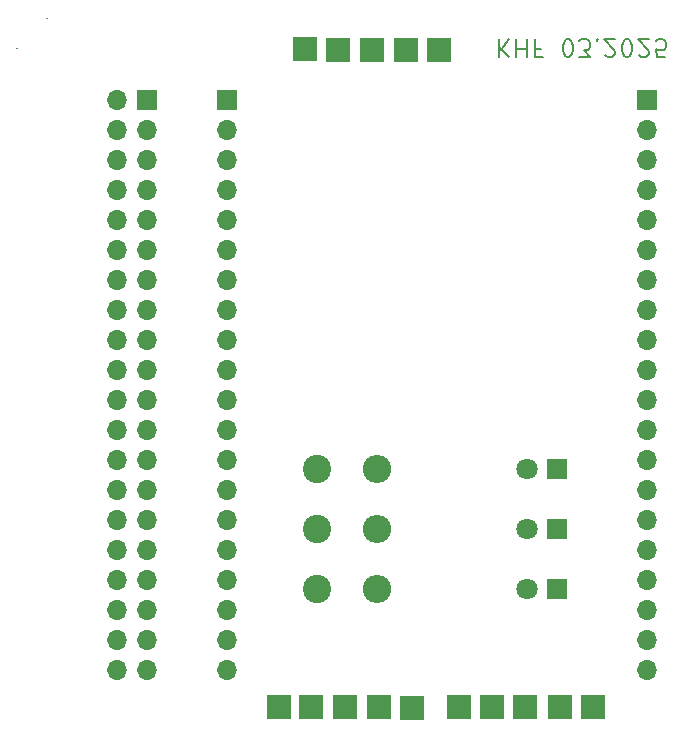
<source format=gbr>
%TF.GenerationSoftware,KiCad,Pcbnew,7.0.8*%
%TF.CreationDate,2025-03-02T05:57:02+01:00*%
%TF.ProjectId,Raspi-Connector,52617370-692d-4436-9f6e-6e6563746f72,rev?*%
%TF.SameCoordinates,Original*%
%TF.FileFunction,Soldermask,Bot*%
%TF.FilePolarity,Negative*%
%FSLAX46Y46*%
G04 Gerber Fmt 4.6, Leading zero omitted, Abs format (unit mm)*
G04 Created by KiCad (PCBNEW 7.0.8) date 2025-03-02 05:57:02*
%MOMM*%
%LPD*%
G01*
G04 APERTURE LIST*
%ADD10C,0.150000*%
%ADD11R,1.700000X1.700000*%
%ADD12O,1.700000X1.700000*%
%ADD13R,2.000000X2.000000*%
%ADD14R,1.800000X1.800000*%
%ADD15C,1.800000*%
%ADD16C,2.400000*%
%ADD17O,2.400000X2.400000*%
G04 APERTURE END LIST*
D10*
X115062001Y-73914000D02*
G75*
G03*
X115062001Y-73914000I-1J0D01*
G01*
X117602001Y-71374000D02*
G75*
G03*
X117602001Y-71374000I-1J0D01*
G01*
X155837826Y-73125371D02*
X155837826Y-74625371D01*
X156694969Y-73125371D02*
X156052112Y-73982514D01*
X156694969Y-74625371D02*
X155837826Y-73768228D01*
X157337826Y-73125371D02*
X157337826Y-74625371D01*
X157337826Y-73911085D02*
X158194969Y-73911085D01*
X158194969Y-73125371D02*
X158194969Y-74625371D01*
X159409255Y-73911085D02*
X158909255Y-73911085D01*
X158909255Y-73125371D02*
X158909255Y-74625371D01*
X158909255Y-74625371D02*
X159623541Y-74625371D01*
X161623541Y-74625371D02*
X161766398Y-74625371D01*
X161766398Y-74625371D02*
X161909255Y-74553942D01*
X161909255Y-74553942D02*
X161980684Y-74482514D01*
X161980684Y-74482514D02*
X162052112Y-74339657D01*
X162052112Y-74339657D02*
X162123541Y-74053942D01*
X162123541Y-74053942D02*
X162123541Y-73696800D01*
X162123541Y-73696800D02*
X162052112Y-73411085D01*
X162052112Y-73411085D02*
X161980684Y-73268228D01*
X161980684Y-73268228D02*
X161909255Y-73196800D01*
X161909255Y-73196800D02*
X161766398Y-73125371D01*
X161766398Y-73125371D02*
X161623541Y-73125371D01*
X161623541Y-73125371D02*
X161480684Y-73196800D01*
X161480684Y-73196800D02*
X161409255Y-73268228D01*
X161409255Y-73268228D02*
X161337826Y-73411085D01*
X161337826Y-73411085D02*
X161266398Y-73696800D01*
X161266398Y-73696800D02*
X161266398Y-74053942D01*
X161266398Y-74053942D02*
X161337826Y-74339657D01*
X161337826Y-74339657D02*
X161409255Y-74482514D01*
X161409255Y-74482514D02*
X161480684Y-74553942D01*
X161480684Y-74553942D02*
X161623541Y-74625371D01*
X162623540Y-74625371D02*
X163552112Y-74625371D01*
X163552112Y-74625371D02*
X163052112Y-74053942D01*
X163052112Y-74053942D02*
X163266397Y-74053942D01*
X163266397Y-74053942D02*
X163409255Y-73982514D01*
X163409255Y-73982514D02*
X163480683Y-73911085D01*
X163480683Y-73911085D02*
X163552112Y-73768228D01*
X163552112Y-73768228D02*
X163552112Y-73411085D01*
X163552112Y-73411085D02*
X163480683Y-73268228D01*
X163480683Y-73268228D02*
X163409255Y-73196800D01*
X163409255Y-73196800D02*
X163266397Y-73125371D01*
X163266397Y-73125371D02*
X162837826Y-73125371D01*
X162837826Y-73125371D02*
X162694969Y-73196800D01*
X162694969Y-73196800D02*
X162623540Y-73268228D01*
X164194968Y-73268228D02*
X164266397Y-73196800D01*
X164266397Y-73196800D02*
X164194968Y-73125371D01*
X164194968Y-73125371D02*
X164123540Y-73196800D01*
X164123540Y-73196800D02*
X164194968Y-73268228D01*
X164194968Y-73268228D02*
X164194968Y-73125371D01*
X164837826Y-74482514D02*
X164909254Y-74553942D01*
X164909254Y-74553942D02*
X165052112Y-74625371D01*
X165052112Y-74625371D02*
X165409254Y-74625371D01*
X165409254Y-74625371D02*
X165552112Y-74553942D01*
X165552112Y-74553942D02*
X165623540Y-74482514D01*
X165623540Y-74482514D02*
X165694969Y-74339657D01*
X165694969Y-74339657D02*
X165694969Y-74196800D01*
X165694969Y-74196800D02*
X165623540Y-73982514D01*
X165623540Y-73982514D02*
X164766397Y-73125371D01*
X164766397Y-73125371D02*
X165694969Y-73125371D01*
X166623540Y-74625371D02*
X166766397Y-74625371D01*
X166766397Y-74625371D02*
X166909254Y-74553942D01*
X166909254Y-74553942D02*
X166980683Y-74482514D01*
X166980683Y-74482514D02*
X167052111Y-74339657D01*
X167052111Y-74339657D02*
X167123540Y-74053942D01*
X167123540Y-74053942D02*
X167123540Y-73696800D01*
X167123540Y-73696800D02*
X167052111Y-73411085D01*
X167052111Y-73411085D02*
X166980683Y-73268228D01*
X166980683Y-73268228D02*
X166909254Y-73196800D01*
X166909254Y-73196800D02*
X166766397Y-73125371D01*
X166766397Y-73125371D02*
X166623540Y-73125371D01*
X166623540Y-73125371D02*
X166480683Y-73196800D01*
X166480683Y-73196800D02*
X166409254Y-73268228D01*
X166409254Y-73268228D02*
X166337825Y-73411085D01*
X166337825Y-73411085D02*
X166266397Y-73696800D01*
X166266397Y-73696800D02*
X166266397Y-74053942D01*
X166266397Y-74053942D02*
X166337825Y-74339657D01*
X166337825Y-74339657D02*
X166409254Y-74482514D01*
X166409254Y-74482514D02*
X166480683Y-74553942D01*
X166480683Y-74553942D02*
X166623540Y-74625371D01*
X167694968Y-74482514D02*
X167766396Y-74553942D01*
X167766396Y-74553942D02*
X167909254Y-74625371D01*
X167909254Y-74625371D02*
X168266396Y-74625371D01*
X168266396Y-74625371D02*
X168409254Y-74553942D01*
X168409254Y-74553942D02*
X168480682Y-74482514D01*
X168480682Y-74482514D02*
X168552111Y-74339657D01*
X168552111Y-74339657D02*
X168552111Y-74196800D01*
X168552111Y-74196800D02*
X168480682Y-73982514D01*
X168480682Y-73982514D02*
X167623539Y-73125371D01*
X167623539Y-73125371D02*
X168552111Y-73125371D01*
X169909253Y-74625371D02*
X169194967Y-74625371D01*
X169194967Y-74625371D02*
X169123539Y-73911085D01*
X169123539Y-73911085D02*
X169194967Y-73982514D01*
X169194967Y-73982514D02*
X169337825Y-74053942D01*
X169337825Y-74053942D02*
X169694967Y-74053942D01*
X169694967Y-74053942D02*
X169837825Y-73982514D01*
X169837825Y-73982514D02*
X169909253Y-73911085D01*
X169909253Y-73911085D02*
X169980682Y-73768228D01*
X169980682Y-73768228D02*
X169980682Y-73411085D01*
X169980682Y-73411085D02*
X169909253Y-73268228D01*
X169909253Y-73268228D02*
X169837825Y-73196800D01*
X169837825Y-73196800D02*
X169694967Y-73125371D01*
X169694967Y-73125371D02*
X169337825Y-73125371D01*
X169337825Y-73125371D02*
X169194967Y-73196800D01*
X169194967Y-73196800D02*
X169123539Y-73268228D01*
D11*
%TO.C,J8*%
X132842000Y-78279000D03*
D12*
X132842000Y-80819000D03*
X132842000Y-83359000D03*
X132842000Y-85899000D03*
X132842000Y-88439000D03*
X132842000Y-90979000D03*
X132842000Y-93519000D03*
X132842000Y-96059000D03*
X132842000Y-98599000D03*
X132842000Y-101139000D03*
X132842000Y-103679000D03*
X132842000Y-106219000D03*
X132842000Y-108759000D03*
X132842000Y-111299000D03*
X132842000Y-113839000D03*
X132842000Y-116379000D03*
X132842000Y-118919000D03*
X132842000Y-121459000D03*
X132842000Y-123999000D03*
X132842000Y-126539000D03*
%TD*%
D11*
%TO.C,J2*%
X126087000Y-78279000D03*
D12*
X123547000Y-78279000D03*
X126087000Y-80819000D03*
X123547000Y-80819000D03*
X126087000Y-83359000D03*
X123547000Y-83359000D03*
X126087000Y-85899000D03*
X123547000Y-85899000D03*
X126087000Y-88439000D03*
X123547000Y-88439000D03*
X126087000Y-90979000D03*
X123547000Y-90979000D03*
X126087000Y-93519000D03*
X123547000Y-93519000D03*
X126087000Y-96059000D03*
X123547000Y-96059000D03*
X126087000Y-98599000D03*
X123547000Y-98599000D03*
X126087000Y-101139000D03*
X123547000Y-101139000D03*
X126087000Y-103679000D03*
X123547000Y-103679000D03*
X126087000Y-106219000D03*
X123547000Y-106219000D03*
X126087000Y-108759000D03*
X123547000Y-108759000D03*
X126087000Y-111299000D03*
X123547000Y-111299000D03*
X126087000Y-113839000D03*
X123547000Y-113839000D03*
X126087000Y-116379000D03*
X123547000Y-116379000D03*
X126087000Y-118919000D03*
X123547000Y-118919000D03*
X126087000Y-121459000D03*
X123547000Y-121459000D03*
X126087000Y-123999000D03*
X123547000Y-123999000D03*
X123547000Y-126539000D03*
X126087000Y-126539000D03*
%TD*%
D13*
%TO.C,LP*%
X155262000Y-129664000D03*
%TD*%
%TO.C,LP*%
X139982000Y-129684000D03*
%TD*%
%TO.C,LP*%
X163802000Y-129684000D03*
%TD*%
%TO.C,LP*%
X139454500Y-73974000D03*
%TD*%
%TO.C,LP*%
X147964500Y-74004000D03*
%TD*%
%TO.C,LP*%
X150774500Y-74024000D03*
%TD*%
%TO.C,LP*%
X145712000Y-129684000D03*
%TD*%
%TO.C,LP*%
X148522000Y-129704000D03*
%TD*%
%TO.C,LP*%
X142234500Y-74004000D03*
%TD*%
%TO.C,LP*%
X142812000Y-129684000D03*
%TD*%
%TO.C,LP*%
X160992000Y-129664000D03*
%TD*%
%TO.C,LP*%
X137202000Y-129654000D03*
%TD*%
%TO.C,LP*%
X158092000Y-129664000D03*
%TD*%
%TO.C,LP*%
X145064500Y-74004000D03*
%TD*%
D11*
%TO.C,J7*%
X168402000Y-78279000D03*
D12*
X168402000Y-80819000D03*
X168402000Y-83359000D03*
X168402000Y-85899000D03*
X168402000Y-88439000D03*
X168402000Y-90979000D03*
X168402000Y-93519000D03*
X168402000Y-96059000D03*
X168402000Y-98599000D03*
X168402000Y-101139000D03*
X168402000Y-103679000D03*
X168402000Y-106219000D03*
X168402000Y-108759000D03*
X168402000Y-111299000D03*
X168402000Y-113839000D03*
X168402000Y-116379000D03*
X168402000Y-118919000D03*
X168402000Y-121459000D03*
X168402000Y-123999000D03*
X168402000Y-126539000D03*
%TD*%
D13*
%TO.C,LP*%
X152482000Y-129634000D03*
%TD*%
D14*
%TO.C,D2*%
X160782000Y-114554000D03*
D15*
X158242000Y-114554000D03*
%TD*%
D16*
%TO.C,17*%
X140462000Y-114554000D03*
D17*
X145542000Y-114554000D03*
%TD*%
D16*
%TO.C,22*%
X140462000Y-109474000D03*
D17*
X145542000Y-109474000D03*
%TD*%
D14*
%TO.C,D1*%
X160782000Y-109474000D03*
D15*
X158242000Y-109474000D03*
%TD*%
D16*
%TO.C,27*%
X140462000Y-119634000D03*
D17*
X145542000Y-119634000D03*
%TD*%
D14*
%TO.C,D3*%
X160782000Y-119634000D03*
D15*
X158242000Y-119634000D03*
%TD*%
M02*

</source>
